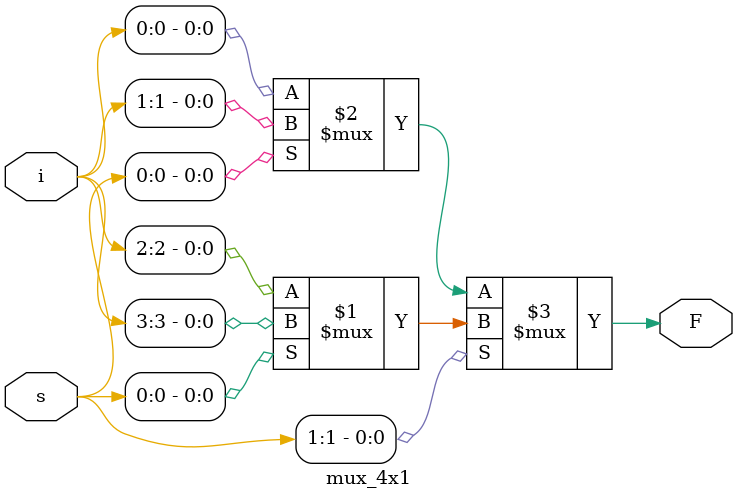
<source format=v>
module mux_4x1(input[3:0] i, input[1:0] s, output F);
    assign F = s[1] ? (s[0] ? i[3] : i[2]) : (s[0] ? i[1] : i[0]);
endmodule
</source>
